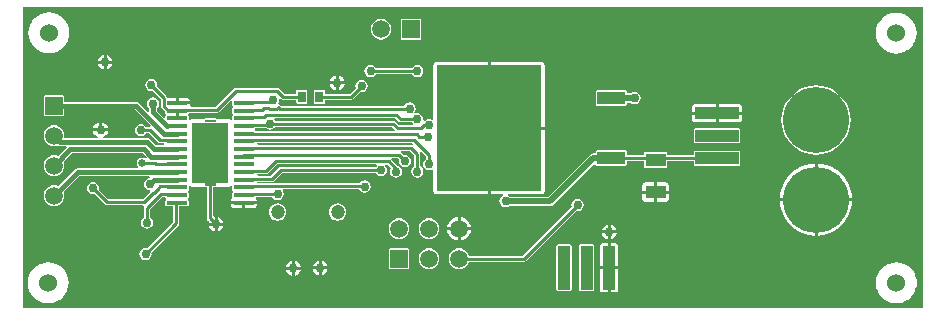
<source format=gbl>
G04 Layer_Physical_Order=2*
G04 Layer_Color=16711680*
%FSLAX25Y25*%
%MOIN*%
G70*
G01*
G75*
%ADD10R,0.06693X0.04331*%
%ADD12R,0.02756X0.03543*%
%ADD17C,0.01000*%
%ADD18C,0.02000*%
%ADD19C,0.06000*%
%ADD20C,0.22000*%
%ADD21C,0.05905*%
%ADD22R,0.05905X0.05905*%
%ADD23C,0.04724*%
%ADD24R,0.05905X0.05905*%
%ADD25R,0.14567X0.03937*%
%ADD26R,0.03937X0.14567*%
%ADD27C,0.03000*%
%ADD28C,0.02500*%
%ADD29R,0.09449X0.04134*%
%ADD30R,0.35039X0.41929*%
%ADD31R,0.06600X0.01400*%
%ADD32R,0.12205X0.20394*%
%ADD33C,0.01500*%
G36*
X592000Y121000D02*
X292000D01*
Y221500D01*
X592000D01*
Y121000D01*
D02*
G37*
%LPC*%
G36*
X568498Y156800D02*
X557000D01*
Y145302D01*
X558383Y145411D01*
X560220Y145852D01*
X561965Y146575D01*
X563575Y147562D01*
X565012Y148788D01*
X566238Y150225D01*
X567225Y151835D01*
X567948Y153580D01*
X568389Y155417D01*
X568498Y156800D01*
D02*
G37*
G36*
X556000D02*
X544502D01*
X544611Y155417D01*
X545052Y153580D01*
X545775Y151835D01*
X546762Y150225D01*
X547989Y148788D01*
X549425Y147562D01*
X551035Y146575D01*
X552780Y145852D01*
X554617Y145411D01*
X556000Y145302D01*
Y156800D01*
D02*
G37*
G36*
X358949Y148623D02*
X357000D01*
Y146674D01*
X357475Y146768D01*
X358302Y147321D01*
X358855Y148148D01*
X358949Y148623D01*
D02*
G37*
G36*
X356000D02*
X354050D01*
X354145Y148148D01*
X354698Y147321D01*
X355524Y146768D01*
X356000Y146674D01*
Y148623D01*
D02*
G37*
G36*
X427500Y151106D02*
X426599Y150987D01*
X425759Y150639D01*
X425037Y150086D01*
X424484Y149364D01*
X424136Y148524D01*
X424017Y147623D01*
X424136Y146722D01*
X424484Y145882D01*
X425037Y145161D01*
X425759Y144607D01*
X426599Y144259D01*
X427500Y144141D01*
X428401Y144259D01*
X429241Y144607D01*
X429962Y145161D01*
X430516Y145882D01*
X430864Y146722D01*
X430982Y147623D01*
X430864Y148524D01*
X430516Y149364D01*
X429962Y150086D01*
X429241Y150639D01*
X428401Y150987D01*
X427500Y151106D01*
D02*
G37*
G36*
X487100Y146000D02*
X485150D01*
X485245Y145525D01*
X485798Y144698D01*
X486624Y144145D01*
X487100Y144051D01*
Y146000D01*
D02*
G37*
G36*
X441421Y147123D02*
X438000D01*
Y143702D01*
X438532Y143772D01*
X439493Y144170D01*
X440319Y144804D01*
X440953Y145630D01*
X441351Y146591D01*
X441421Y147123D01*
D02*
G37*
G36*
X417500Y151106D02*
X416599Y150987D01*
X415759Y150639D01*
X415037Y150086D01*
X414484Y149364D01*
X414136Y148524D01*
X414017Y147623D01*
X414136Y146722D01*
X414484Y145882D01*
X415037Y145161D01*
X415759Y144607D01*
X416599Y144259D01*
X417500Y144141D01*
X418401Y144259D01*
X419241Y144607D01*
X419963Y145161D01*
X420516Y145882D01*
X420864Y146722D01*
X420983Y147623D01*
X420864Y148524D01*
X420516Y149364D01*
X419963Y150086D01*
X419241Y150639D01*
X418401Y150987D01*
X417500Y151106D01*
D02*
G37*
G36*
X490050Y146000D02*
X488100D01*
Y144051D01*
X488576Y144145D01*
X489402Y144698D01*
X489955Y145525D01*
X490050Y146000D01*
D02*
G37*
G36*
X487100Y148950D02*
X486624Y148855D01*
X485798Y148302D01*
X485245Y147476D01*
X485150Y147000D01*
X487100D01*
Y148950D01*
D02*
G37*
G36*
X477000Y157539D02*
X476220Y157384D01*
X475558Y156942D01*
X475116Y156280D01*
X474961Y155500D01*
X475060Y155002D01*
X458701Y138643D01*
X440815D01*
X440516Y139364D01*
X439962Y140086D01*
X439241Y140639D01*
X438401Y140987D01*
X437500Y141106D01*
X436599Y140987D01*
X435759Y140639D01*
X435038Y140086D01*
X434484Y139364D01*
X434136Y138524D01*
X434018Y137623D01*
X434136Y136722D01*
X434484Y135882D01*
X435038Y135161D01*
X435759Y134607D01*
X436599Y134259D01*
X437500Y134141D01*
X438401Y134259D01*
X439241Y134607D01*
X439962Y135161D01*
X440516Y135882D01*
X440815Y136603D01*
X459123D01*
X459513Y136681D01*
X459844Y136902D01*
X476502Y153560D01*
X477000Y153461D01*
X477780Y153616D01*
X478442Y154058D01*
X478884Y154720D01*
X479039Y155500D01*
X478884Y156280D01*
X478442Y156942D01*
X477780Y157384D01*
X477000Y157539D01*
D02*
G37*
G36*
X397000Y156010D02*
X396253Y155912D01*
X395557Y155623D01*
X394959Y155165D01*
X394500Y154567D01*
X394212Y153870D01*
X394113Y153123D01*
X394212Y152376D01*
X394500Y151680D01*
X394959Y151082D01*
X395557Y150623D01*
X396253Y150335D01*
X397000Y150236D01*
X397747Y150335D01*
X398443Y150623D01*
X399041Y151082D01*
X399500Y151680D01*
X399788Y152376D01*
X399887Y153123D01*
X399788Y153870D01*
X399500Y154567D01*
X399041Y155165D01*
X398443Y155623D01*
X397747Y155912D01*
X397000Y156010D01*
D02*
G37*
G36*
X370020Y155732D02*
X366200D01*
Y154512D01*
X369000D01*
X369390Y154590D01*
X369721Y154811D01*
X369942Y155141D01*
X370020Y155532D01*
Y155732D01*
D02*
G37*
G36*
X365200D02*
X361380D01*
Y155532D01*
X361458Y155141D01*
X361679Y154811D01*
X362010Y154590D01*
X362400Y154512D01*
X365200D01*
Y155732D01*
D02*
G37*
G36*
X377000Y156010D02*
X376253Y155912D01*
X375557Y155623D01*
X374959Y155165D01*
X374500Y154567D01*
X374212Y153870D01*
X374113Y153123D01*
X374212Y152376D01*
X374500Y151680D01*
X374959Y151082D01*
X375557Y150623D01*
X376253Y150335D01*
X377000Y150236D01*
X377747Y150335D01*
X378443Y150623D01*
X379041Y151082D01*
X379500Y151680D01*
X379788Y152376D01*
X379887Y153123D01*
X379788Y153870D01*
X379500Y154567D01*
X379041Y155165D01*
X378443Y155623D01*
X377747Y155912D01*
X377000Y156010D01*
D02*
G37*
G36*
X437000Y151544D02*
X436468Y151474D01*
X435507Y151076D01*
X434681Y150442D01*
X434047Y149617D01*
X433649Y148655D01*
X433579Y148123D01*
X437000D01*
Y151544D01*
D02*
G37*
G36*
X488100Y148950D02*
Y147000D01*
X490050D01*
X489955Y147476D01*
X489402Y148302D01*
X488576Y148855D01*
X488100Y148950D01*
D02*
G37*
G36*
X357000Y151573D02*
Y149623D01*
X358949D01*
X358855Y150099D01*
X358302Y150926D01*
X357475Y151478D01*
X357000Y151573D01*
D02*
G37*
G36*
X438000Y151544D02*
Y148123D01*
X441421D01*
X441351Y148655D01*
X440953Y149617D01*
X440319Y150442D01*
X439493Y151076D01*
X438532Y151474D01*
X438000Y151544D01*
D02*
G37*
G36*
X390700Y134000D02*
X388751D01*
X388845Y133525D01*
X389398Y132698D01*
X390225Y132145D01*
X390700Y132051D01*
Y134000D01*
D02*
G37*
G36*
X384750Y133900D02*
X382800D01*
Y131950D01*
X383276Y132045D01*
X384102Y132598D01*
X384655Y133424D01*
X384750Y133900D01*
D02*
G37*
G36*
X420453Y141117D02*
X414547D01*
X414165Y140959D01*
X414006Y140576D01*
Y134670D01*
X414165Y134288D01*
X414547Y134129D01*
X420453D01*
X420835Y134288D01*
X420994Y134670D01*
Y140576D01*
X420835Y140959D01*
X420453Y141117D01*
D02*
G37*
G36*
X393650Y134000D02*
X391700D01*
Y132051D01*
X392176Y132145D01*
X393002Y132698D01*
X393555Y133525D01*
X393650Y134000D01*
D02*
G37*
G36*
X381800Y133900D02*
X379851D01*
X379945Y133424D01*
X380498Y132598D01*
X381325Y132045D01*
X381800Y131950D01*
Y133900D01*
D02*
G37*
G36*
X490488Y134123D02*
X488000D01*
Y126320D01*
X489468D01*
X489859Y126398D01*
X490190Y126619D01*
X490411Y126950D01*
X490488Y127340D01*
Y134123D01*
D02*
G37*
G36*
X487000D02*
X484512D01*
Y127340D01*
X484589Y126950D01*
X484810Y126619D01*
X485141Y126398D01*
X485532Y126320D01*
X487000D01*
Y134123D01*
D02*
G37*
G36*
X481968Y142448D02*
X478031D01*
X477649Y142289D01*
X477490Y141907D01*
Y127340D01*
X477649Y126957D01*
X478031Y126798D01*
X481968D01*
X482351Y126957D01*
X482510Y127340D01*
Y141907D01*
X482351Y142289D01*
X481968Y142448D01*
D02*
G37*
G36*
X474469D02*
X470532D01*
X470149Y142289D01*
X469990Y141907D01*
Y127340D01*
X470149Y126957D01*
X470532Y126798D01*
X474469D01*
X474851Y126957D01*
X475010Y127340D01*
Y141907D01*
X474851Y142289D01*
X474469Y142448D01*
D02*
G37*
G36*
X427500Y141106D02*
X426599Y140987D01*
X425759Y140639D01*
X425037Y140086D01*
X424484Y139364D01*
X424136Y138524D01*
X424017Y137623D01*
X424136Y136722D01*
X424484Y135882D01*
X425037Y135161D01*
X425759Y134607D01*
X426599Y134259D01*
X427500Y134141D01*
X428401Y134259D01*
X429241Y134607D01*
X429962Y135161D01*
X430516Y135882D01*
X430864Y136722D01*
X430982Y137623D01*
X430864Y138524D01*
X430516Y139364D01*
X429962Y140086D01*
X429241Y140639D01*
X428401Y140987D01*
X427500Y141106D01*
D02*
G37*
G36*
X300600Y136421D02*
X300574Y136411D01*
X300547Y136419D01*
X299322Y136298D01*
X299273Y136272D01*
X299218Y136277D01*
X298040Y135920D01*
X297997Y135885D01*
X297941Y135880D01*
X296856Y135299D01*
X296821Y135256D01*
X296768Y135240D01*
X295816Y134459D01*
X295790Y134410D01*
X295741Y134384D01*
X294960Y133432D01*
X294944Y133379D01*
X294901Y133344D01*
X294321Y132258D01*
X294315Y132203D01*
X294280Y132160D01*
X293922Y130982D01*
X293928Y130927D01*
X293902Y130878D01*
X293781Y129653D01*
X293797Y129600D01*
X293781Y129547D01*
X293902Y128322D01*
X293928Y128273D01*
X293922Y128218D01*
X294280Y127040D01*
X294315Y126997D01*
X294321Y126942D01*
X294901Y125856D01*
X294944Y125821D01*
X294960Y125768D01*
X295741Y124816D01*
X295790Y124790D01*
X295816Y124741D01*
X296768Y123960D01*
X296821Y123944D01*
X296856Y123901D01*
X297941Y123320D01*
X297997Y123315D01*
X298040Y123280D01*
X299218Y122923D01*
X299273Y122928D01*
X299322Y122902D01*
X300547Y122781D01*
X300574Y122789D01*
X300600Y122779D01*
X300626Y122789D01*
X300653Y122781D01*
X301878Y122902D01*
X301927Y122928D01*
X301982Y122923D01*
X303160Y123280D01*
X303203Y123315D01*
X303258Y123320D01*
X304344Y123901D01*
X304379Y123944D01*
X304432Y123960D01*
X305384Y124741D01*
X305410Y124790D01*
X305459Y124816D01*
X306240Y125768D01*
X306256Y125821D01*
X306299Y125856D01*
X306879Y126942D01*
X306885Y126997D01*
X306920Y127040D01*
X307277Y128218D01*
X307272Y128273D01*
X307298Y128322D01*
X307419Y129547D01*
X307403Y129600D01*
X307419Y129653D01*
X307298Y130878D01*
X307272Y130927D01*
X307277Y130982D01*
X306920Y132160D01*
X306885Y132203D01*
X306879Y132258D01*
X306299Y133344D01*
X306256Y133379D01*
X306240Y133432D01*
X305459Y134384D01*
X305410Y134410D01*
X305384Y134459D01*
X304432Y135240D01*
X304379Y135256D01*
X304344Y135299D01*
X303258Y135880D01*
X303203Y135885D01*
X303160Y135920D01*
X301982Y136277D01*
X301927Y136272D01*
X301878Y136298D01*
X300653Y136419D01*
X300626Y136411D01*
X300600Y136421D01*
D02*
G37*
G36*
X489468Y142926D02*
X488000D01*
Y135123D01*
X490488D01*
Y141907D01*
X490411Y142297D01*
X490190Y142628D01*
X489859Y142849D01*
X489468Y142926D01*
D02*
G37*
G36*
X437000Y147123D02*
X433579D01*
X433649Y146591D01*
X434047Y145630D01*
X434681Y144804D01*
X435507Y144170D01*
X436468Y143772D01*
X437000Y143702D01*
Y147123D01*
D02*
G37*
G36*
X583300Y136421D02*
X583274Y136411D01*
X583247Y136419D01*
X582022Y136298D01*
X581973Y136272D01*
X581918Y136277D01*
X580740Y135920D01*
X580697Y135885D01*
X580642Y135880D01*
X579556Y135299D01*
X579521Y135256D01*
X579468Y135240D01*
X578516Y134459D01*
X578490Y134410D01*
X578441Y134384D01*
X577660Y133432D01*
X577644Y133379D01*
X577601Y133344D01*
X577021Y132258D01*
X577015Y132203D01*
X576980Y132160D01*
X576622Y130982D01*
X576628Y130927D01*
X576602Y130878D01*
X576481Y129653D01*
X576497Y129600D01*
X576481Y129547D01*
X576602Y128322D01*
X576628Y128273D01*
X576622Y128218D01*
X576980Y127040D01*
X577015Y126997D01*
X577021Y126942D01*
X577601Y125856D01*
X577644Y125821D01*
X577660Y125768D01*
X578441Y124816D01*
X578490Y124790D01*
X578516Y124741D01*
X579468Y123960D01*
X579521Y123944D01*
X579556Y123901D01*
X580642Y123320D01*
X580697Y123315D01*
X580740Y123280D01*
X581918Y122923D01*
X581973Y122928D01*
X582022Y122902D01*
X583247Y122781D01*
X583274Y122789D01*
X583300Y122779D01*
X583326Y122789D01*
X583353Y122781D01*
X584578Y122902D01*
X584627Y122928D01*
X584682Y122923D01*
X585860Y123280D01*
X585903Y123315D01*
X585958Y123320D01*
X587044Y123901D01*
X587079Y123944D01*
X587132Y123960D01*
X588084Y124741D01*
X588110Y124790D01*
X588159Y124816D01*
X588940Y125768D01*
X588956Y125821D01*
X588999Y125856D01*
X589579Y126942D01*
X589585Y126997D01*
X589620Y127040D01*
X589978Y128218D01*
X589972Y128273D01*
X589998Y128322D01*
X590119Y129547D01*
X590103Y129600D01*
X590119Y129653D01*
X589998Y130878D01*
X589972Y130927D01*
X589978Y130982D01*
X589620Y132160D01*
X589585Y132203D01*
X589579Y132258D01*
X588999Y133344D01*
X588956Y133379D01*
X588940Y133432D01*
X588159Y134384D01*
X588110Y134410D01*
X588084Y134459D01*
X587132Y135240D01*
X587079Y135256D01*
X587044Y135299D01*
X585958Y135880D01*
X585903Y135885D01*
X585860Y135920D01*
X584682Y136277D01*
X584627Y136272D01*
X584578Y136298D01*
X583353Y136419D01*
X583326Y136411D01*
X583300Y136421D01*
D02*
G37*
G36*
X487000Y142926D02*
X485532D01*
X485141Y142849D01*
X484810Y142628D01*
X484589Y142297D01*
X484512Y141907D01*
Y135123D01*
X487000D01*
Y142926D01*
D02*
G37*
G36*
X382800Y136849D02*
Y134900D01*
X384750D01*
X384655Y135375D01*
X384102Y136202D01*
X383276Y136755D01*
X382800Y136849D01*
D02*
G37*
G36*
X381800D02*
X381325Y136755D01*
X380498Y136202D01*
X379945Y135375D01*
X379851Y134900D01*
X381800D01*
Y136849D01*
D02*
G37*
G36*
X391700Y136950D02*
Y135000D01*
X393650D01*
X393555Y135476D01*
X393002Y136302D01*
X392176Y136855D01*
X391700Y136950D01*
D02*
G37*
G36*
X390700D02*
X390225Y136855D01*
X389398Y136302D01*
X388845Y135476D01*
X388751Y135000D01*
X390700D01*
Y136950D01*
D02*
G37*
G36*
X502500Y159308D02*
X498634D01*
Y157643D01*
X498712Y157253D01*
X498933Y156922D01*
X499263Y156701D01*
X499653Y156623D01*
X502500D01*
Y159308D01*
D02*
G37*
G36*
X530784Y189111D02*
X524000D01*
Y186623D01*
X531803D01*
Y188092D01*
X531725Y188482D01*
X531504Y188813D01*
X531174Y189034D01*
X530784Y189111D01*
D02*
G37*
G36*
X523000D02*
X516217D01*
X515826Y189034D01*
X515496Y188813D01*
X515275Y188482D01*
X515197Y188092D01*
Y186623D01*
X523000D01*
Y189111D01*
D02*
G37*
G36*
X447024Y203107D02*
X430004D01*
X429614Y203030D01*
X429283Y202809D01*
X429062Y202478D01*
X428984Y202088D01*
Y184138D01*
X428484Y183871D01*
X428280Y184007D01*
X427500Y184162D01*
X426720Y184007D01*
X426058Y183565D01*
X425994Y183470D01*
X425916Y183481D01*
X425522Y184039D01*
X425539Y184123D01*
X425384Y184904D01*
X424942Y185565D01*
X424280Y186007D01*
X423500Y186162D01*
X422959Y186055D01*
X422658Y186505D01*
X422884Y186843D01*
X423039Y187623D01*
X422884Y188403D01*
X422442Y189065D01*
X421780Y189507D01*
X421000Y189662D01*
X420220Y189507D01*
X419558Y189065D01*
X419276Y188643D01*
X378165D01*
X377964Y188844D01*
X377633Y189065D01*
X377485Y189094D01*
X377233Y189604D01*
X377232Y189616D01*
X377384Y189843D01*
X377539Y190623D01*
X377526Y190691D01*
X377987Y190937D01*
X378022Y190902D01*
X378352Y190681D01*
X378743Y190603D01*
X383128D01*
Y189851D01*
X383287Y189469D01*
X383669Y189310D01*
X386425D01*
X386808Y189469D01*
X386966Y189851D01*
Y193395D01*
X386808Y193778D01*
X386425Y193936D01*
X383669D01*
X383287Y193778D01*
X383128Y193395D01*
Y192643D01*
X379165D01*
X377464Y194344D01*
X377133Y194565D01*
X376743Y194643D01*
X363170D01*
X362779Y194565D01*
X362449Y194344D01*
X356397Y188293D01*
X348219D01*
X347818Y188793D01*
X347820Y188800D01*
Y189000D01*
X343500D01*
Y189500D01*
X343000D01*
Y191220D01*
X340216D01*
X340142Y191590D01*
X339921Y191921D01*
X336840Y195002D01*
X336939Y195500D01*
X336784Y196280D01*
X336342Y196942D01*
X335680Y197384D01*
X334900Y197539D01*
X334120Y197384D01*
X333458Y196942D01*
X333016Y196280D01*
X332861Y195500D01*
X333016Y194720D01*
X333458Y194058D01*
X334120Y193616D01*
X334900Y193461D01*
X335398Y193560D01*
X338180Y190778D01*
Y188386D01*
X338258Y187996D01*
X338479Y187665D01*
X339659Y186485D01*
Y186241D01*
X339817Y185858D01*
Y185465D01*
X339817Y185465D01*
X339659Y185082D01*
Y184697D01*
X339197Y184505D01*
X336774Y186928D01*
Y187746D01*
X336942Y187858D01*
X337384Y188520D01*
X337539Y189300D01*
X337384Y190080D01*
X336942Y190742D01*
X336280Y191184D01*
X335500Y191339D01*
X334720Y191184D01*
X334058Y190742D01*
X333616Y190080D01*
X333461Y189300D01*
X333616Y188520D01*
X334058Y187858D01*
X334226Y187746D01*
Y186784D01*
X333726Y186577D01*
X330778Y189524D01*
X330365Y189801D01*
X329877Y189898D01*
X305994D01*
Y191576D01*
X305835Y191959D01*
X305453Y192117D01*
X299547D01*
X299165Y191959D01*
X299006Y191576D01*
Y185670D01*
X299165Y185288D01*
X299547Y185129D01*
X305453D01*
X305835Y185288D01*
X305994Y185670D01*
Y187349D01*
X329349D01*
X334710Y181988D01*
X334530Y181586D01*
X334471Y181520D01*
X333224D01*
X332942Y181942D01*
X332280Y182384D01*
X331500Y182539D01*
X330720Y182384D01*
X330058Y181942D01*
X329616Y181280D01*
X329461Y180500D01*
X329616Y179720D01*
X330058Y179058D01*
X330720Y178616D01*
X331500Y178461D01*
X332280Y178616D01*
X332942Y179058D01*
X333224Y179480D01*
X334078D01*
X337242Y176316D01*
X337573Y176095D01*
X337963Y176017D01*
X339188D01*
X339253Y175898D01*
X338958Y175398D01*
X336476D01*
X334472Y177401D01*
X334059Y177678D01*
X333571Y177775D01*
X319056D01*
X318975Y178268D01*
X319802Y178821D01*
X320355Y179648D01*
X320449Y180123D01*
X315550D01*
X315645Y179648D01*
X316198Y178821D01*
X317024Y178268D01*
X316944Y177775D01*
X306250D01*
X305920Y178150D01*
X305982Y178623D01*
X305864Y179525D01*
X305516Y180364D01*
X304962Y181086D01*
X304241Y181639D01*
X303401Y181987D01*
X302500Y182106D01*
X301599Y181987D01*
X300759Y181639D01*
X300038Y181086D01*
X299484Y180364D01*
X299136Y179525D01*
X299018Y178623D01*
X299136Y177722D01*
X299484Y176882D01*
X300038Y176161D01*
X300759Y175607D01*
X301599Y175259D01*
X302500Y175141D01*
X303401Y175259D01*
X303913Y175471D01*
X304135Y175322D01*
X304623Y175225D01*
X306593D01*
X306800Y174725D01*
X303868Y171794D01*
X303401Y171987D01*
X302500Y172106D01*
X301599Y171987D01*
X300759Y171639D01*
X300038Y171086D01*
X299484Y170364D01*
X299136Y169525D01*
X299018Y168623D01*
X299136Y167722D01*
X299484Y166882D01*
X300038Y166161D01*
X300759Y165607D01*
X301599Y165259D01*
X302500Y165141D01*
X303401Y165259D01*
X304241Y165607D01*
X304962Y166161D01*
X305516Y166882D01*
X305864Y167722D01*
X305982Y168623D01*
X305864Y169525D01*
X305670Y169991D01*
X308405Y172725D01*
X331972D01*
X333332Y171366D01*
X333149Y170841D01*
X333059Y170831D01*
X332583Y171149D01*
X331900Y171284D01*
X331217Y171149D01*
X330638Y170762D01*
X330252Y170183D01*
X330116Y169500D01*
X330252Y168817D01*
X330638Y168238D01*
X330480Y167743D01*
X310345D01*
X309857Y167646D01*
X309444Y167369D01*
X303868Y161794D01*
X303401Y161987D01*
X302500Y162106D01*
X301599Y161987D01*
X300759Y161639D01*
X300038Y161086D01*
X299484Y160364D01*
X299136Y159525D01*
X299018Y158623D01*
X299136Y157722D01*
X299484Y156882D01*
X300038Y156161D01*
X300759Y155607D01*
X301599Y155259D01*
X302500Y155141D01*
X303401Y155259D01*
X304241Y155607D01*
X304962Y156161D01*
X305516Y156882D01*
X305864Y157722D01*
X305982Y158623D01*
X305864Y159525D01*
X305670Y159991D01*
X310873Y165194D01*
X334329D01*
X334600Y164694D01*
X334572Y164650D01*
X334427Y164525D01*
X333720Y164384D01*
X333058Y163942D01*
X332616Y163280D01*
X332461Y162500D01*
X332616Y161720D01*
X333058Y161058D01*
X333720Y160616D01*
X334383Y160484D01*
X334551Y160151D01*
X334580Y159974D01*
X332126Y157520D01*
X320546D01*
X317440Y160625D01*
X317539Y161123D01*
X317384Y161904D01*
X316942Y162565D01*
X316280Y163007D01*
X315500Y163162D01*
X314720Y163007D01*
X314058Y162565D01*
X313616Y161904D01*
X313461Y161123D01*
X313616Y160343D01*
X314058Y159681D01*
X314720Y159239D01*
X315500Y159084D01*
X315998Y159183D01*
X319402Y155779D01*
X319733Y155558D01*
X320123Y155480D01*
X332269D01*
X332551Y155025D01*
X332552Y154982D01*
X332480Y154623D01*
Y151347D01*
X332058Y151065D01*
X331616Y150403D01*
X331461Y149623D01*
X331616Y148843D01*
X332058Y148181D01*
X332720Y147739D01*
X333500Y147584D01*
X334280Y147739D01*
X334942Y148181D01*
X335384Y148843D01*
X335539Y149623D01*
X335384Y150403D01*
X334942Y151065D01*
X334520Y151347D01*
Y154201D01*
X336856Y156537D01*
X336961Y156558D01*
X337292Y156779D01*
X338616Y158104D01*
X339565D01*
X339817Y157669D01*
Y157314D01*
X339817Y157314D01*
X339659Y156932D01*
Y155532D01*
X339817Y155149D01*
X340200Y154990D01*
X342280D01*
Y149846D01*
X333498Y141063D01*
X333000Y141162D01*
X332220Y141007D01*
X331558Y140565D01*
X331116Y139903D01*
X330961Y139123D01*
X331116Y138343D01*
X331558Y137681D01*
X332220Y137239D01*
X333000Y137084D01*
X333780Y137239D01*
X334442Y137681D01*
X334884Y138343D01*
X335039Y139123D01*
X334940Y139621D01*
X344021Y148702D01*
X344242Y149033D01*
X344320Y149423D01*
Y154990D01*
X346800D01*
X347183Y155149D01*
X347341Y155532D01*
Y156932D01*
X347183Y157314D01*
Y157708D01*
X347183Y157708D01*
X347341Y158091D01*
Y159491D01*
X347183Y159873D01*
Y160267D01*
X347183Y160267D01*
X347341Y160650D01*
Y161700D01*
X347572Y161831D01*
X347841Y161905D01*
X348108Y161727D01*
X348498Y161649D01*
X352285D01*
X352347Y161499D01*
X352730Y161340D01*
X353580D01*
Y151023D01*
X353658Y150633D01*
X353879Y150302D01*
X354135Y150047D01*
X354050Y149623D01*
X356000D01*
Y151579D01*
X355620Y151891D01*
Y161340D01*
X356470D01*
X356853Y161499D01*
X356915Y161649D01*
X360702D01*
X361092Y161727D01*
X361359Y161905D01*
X361628Y161831D01*
X361859Y161700D01*
Y160650D01*
X362017Y160267D01*
Y159873D01*
X362017Y159873D01*
X361859Y159491D01*
Y158091D01*
X361962Y157842D01*
X361679Y157653D01*
X361458Y157322D01*
X361380Y156932D01*
Y156732D01*
X370020D01*
Y156932D01*
X369942Y157322D01*
X369754Y157604D01*
X369810Y157831D01*
X369946Y158104D01*
X375276D01*
X375558Y157681D01*
X376220Y157239D01*
X377000Y157084D01*
X377780Y157239D01*
X378442Y157681D01*
X378884Y158343D01*
X379039Y159123D01*
X378884Y159904D01*
X378711Y160163D01*
X378978Y160663D01*
X404236D01*
X404558Y160181D01*
X405220Y159739D01*
X406000Y159584D01*
X406780Y159739D01*
X407442Y160181D01*
X407884Y160843D01*
X408039Y161623D01*
X407884Y162404D01*
X407442Y163065D01*
X406780Y163507D01*
X406000Y163662D01*
X405220Y163507D01*
X404558Y163065D01*
X404315Y162702D01*
X370415D01*
X370116Y163202D01*
X370126Y163222D01*
X375118D01*
X375508Y163299D01*
X375839Y163520D01*
X378422Y166103D01*
X409776D01*
X410058Y165681D01*
X410720Y165239D01*
X411500Y165084D01*
X412280Y165239D01*
X412942Y165681D01*
X413384Y166343D01*
X413539Y167123D01*
X413384Y167903D01*
X412942Y168565D01*
X412884Y168604D01*
X413036Y169104D01*
X413578D01*
X414881Y167800D01*
X414616Y167403D01*
X414461Y166623D01*
X414616Y165843D01*
X415058Y165181D01*
X415720Y164739D01*
X416500Y164584D01*
X417280Y164739D01*
X417942Y165181D01*
X418384Y165843D01*
X418539Y166623D01*
X418384Y167403D01*
X417942Y168065D01*
X417280Y168507D01*
X417003Y168562D01*
X414961Y170604D01*
X415169Y171104D01*
X417078D01*
X417560Y170621D01*
X417461Y170123D01*
X417616Y169343D01*
X418058Y168681D01*
X418720Y168239D01*
X419500Y168084D01*
X420280Y168239D01*
X420942Y168681D01*
X421384Y169343D01*
X421539Y170123D01*
X421384Y170904D01*
X420942Y171565D01*
X420280Y172007D01*
X419500Y172162D01*
X419002Y172063D01*
X418221Y172844D01*
X418050Y172958D01*
X418202Y173458D01*
X421223D01*
X422555Y172126D01*
Y168347D01*
X422133Y168065D01*
X421691Y167403D01*
X421536Y166623D01*
X421691Y165843D01*
X422133Y165181D01*
X422794Y164739D01*
X423575Y164584D01*
X424355Y164739D01*
X425017Y165181D01*
X425459Y165843D01*
X425614Y166623D01*
X425459Y167403D01*
X425017Y168065D01*
X424594Y168347D01*
Y172548D01*
X424517Y172939D01*
X424479Y172995D01*
X424867Y173314D01*
X426480Y171701D01*
Y170847D01*
X426058Y170565D01*
X425616Y169904D01*
X425461Y169123D01*
X425616Y168343D01*
X426058Y167681D01*
X426720Y167239D01*
X427500Y167084D01*
X428280Y167239D01*
X428484Y167376D01*
X428984Y167108D01*
Y160159D01*
X429062Y159768D01*
X429283Y159438D01*
X429614Y159217D01*
X430004Y159139D01*
X447024D01*
Y181123D01*
Y203107D01*
D02*
G37*
G36*
X492996Y193731D02*
X483547D01*
X483165Y193573D01*
X483006Y193190D01*
Y189056D01*
X483165Y188673D01*
X483547Y188515D01*
X492996D01*
X493379Y188673D01*
X493537Y189056D01*
Y189594D01*
X494904D01*
X495320Y189316D01*
X496100Y189161D01*
X496880Y189316D01*
X497542Y189758D01*
X497984Y190420D01*
X498139Y191200D01*
X497984Y191980D01*
X497542Y192642D01*
X496880Y193084D01*
X496100Y193239D01*
X495320Y193084D01*
X494674Y192652D01*
X493537D01*
Y193190D01*
X493379Y193573D01*
X492996Y193731D01*
D02*
G37*
G36*
X523000Y185623D02*
X515197D01*
Y184155D01*
X515275Y183765D01*
X515496Y183434D01*
X515826Y183213D01*
X516217Y183135D01*
X523000D01*
Y185623D01*
D02*
G37*
G36*
X319000Y205573D02*
X318525Y205478D01*
X317698Y204925D01*
X317145Y204099D01*
X317051Y203623D01*
X319000D01*
Y205573D01*
D02*
G37*
G36*
X423575Y202237D02*
X422794Y202082D01*
X422133Y201640D01*
X421826Y201180D01*
X409699D01*
X409442Y201565D01*
X408780Y202007D01*
X408000Y202162D01*
X407220Y202007D01*
X406558Y201565D01*
X406116Y200904D01*
X405961Y200123D01*
X406116Y199343D01*
X406558Y198681D01*
X407220Y198239D01*
X408000Y198084D01*
X408780Y198239D01*
X409442Y198681D01*
X409749Y199141D01*
X421876D01*
X422133Y198756D01*
X422794Y198314D01*
X423575Y198159D01*
X424355Y198314D01*
X425017Y198756D01*
X425459Y199418D01*
X425614Y200198D01*
X425459Y200978D01*
X425017Y201640D01*
X424355Y202082D01*
X423575Y202237D01*
D02*
G37*
G36*
X531803Y185623D02*
X524000D01*
Y183135D01*
X530784D01*
X531174Y183213D01*
X531504Y183434D01*
X531725Y183765D01*
X531803Y184155D01*
Y185623D01*
D02*
G37*
G36*
X397400Y198650D02*
Y196700D01*
X399349D01*
X399255Y197176D01*
X398702Y198002D01*
X397875Y198555D01*
X397400Y198650D01*
D02*
G37*
G36*
X396400D02*
X395924Y198555D01*
X395098Y198002D01*
X394545Y197176D01*
X394450Y196700D01*
X396400D01*
Y198650D01*
D02*
G37*
G36*
X321950Y202623D02*
X320000D01*
Y200674D01*
X320476Y200768D01*
X321302Y201321D01*
X321855Y202148D01*
X321950Y202623D01*
D02*
G37*
G36*
X319000D02*
X317051D01*
X317145Y202148D01*
X317698Y201321D01*
X318525Y200768D01*
X319000Y200674D01*
Y202623D01*
D02*
G37*
G36*
X405000Y197162D02*
X404220Y197007D01*
X403558Y196565D01*
X403116Y195904D01*
X402961Y195123D01*
X403060Y194625D01*
X401078Y192643D01*
X392872D01*
Y193395D01*
X392713Y193778D01*
X392331Y193936D01*
X389575D01*
X389192Y193778D01*
X389034Y193395D01*
Y189851D01*
X389192Y189469D01*
X389575Y189310D01*
X392331D01*
X392713Y189469D01*
X392872Y189851D01*
Y190603D01*
X401500D01*
X401890Y190681D01*
X402221Y190902D01*
X404502Y193183D01*
X405000Y193084D01*
X405780Y193239D01*
X406442Y193681D01*
X406884Y194343D01*
X407039Y195123D01*
X406884Y195904D01*
X406442Y196565D01*
X405780Y197007D01*
X405000Y197162D01*
D02*
G37*
G36*
X346800Y191220D02*
X344000D01*
Y190000D01*
X347820D01*
Y190200D01*
X347742Y190590D01*
X347521Y190921D01*
X347190Y191142D01*
X346800Y191220D01*
D02*
G37*
G36*
X399349Y195700D02*
X397400D01*
Y193751D01*
X397875Y193845D01*
X398702Y194398D01*
X399255Y195224D01*
X399349Y195700D01*
D02*
G37*
G36*
X396400D02*
X394450D01*
X394545Y195224D01*
X395098Y194398D01*
X395924Y193845D01*
X396400Y193751D01*
Y195700D01*
D02*
G37*
G36*
X300800Y219721D02*
X300774Y219711D01*
X300747Y219719D01*
X299522Y219598D01*
X299473Y219572D01*
X299418Y219578D01*
X298240Y219220D01*
X298197Y219185D01*
X298142Y219180D01*
X297056Y218599D01*
X297021Y218556D01*
X296968Y218540D01*
X296016Y217759D01*
X295990Y217710D01*
X295941Y217684D01*
X295160Y216732D01*
X295144Y216679D01*
X295101Y216644D01*
X294520Y215559D01*
X294515Y215503D01*
X294480Y215460D01*
X294123Y214282D01*
X294128Y214227D01*
X294102Y214178D01*
X293981Y212953D01*
X293997Y212900D01*
X293981Y212847D01*
X294102Y211622D01*
X294128Y211573D01*
X294123Y211518D01*
X294480Y210340D01*
X294515Y210297D01*
X294520Y210242D01*
X295101Y209156D01*
X295144Y209121D01*
X295160Y209068D01*
X295941Y208116D01*
X295990Y208090D01*
X296016Y208041D01*
X296968Y207260D01*
X297021Y207244D01*
X297056Y207201D01*
X298142Y206621D01*
X298197Y206615D01*
X298240Y206580D01*
X299418Y206223D01*
X299473Y206228D01*
X299522Y206202D01*
X300747Y206081D01*
X300774Y206089D01*
X300800Y206079D01*
X300826Y206089D01*
X300853Y206081D01*
X302078Y206202D01*
X302127Y206228D01*
X302182Y206223D01*
X303360Y206580D01*
X303403Y206615D01*
X303458Y206621D01*
X304544Y207201D01*
X304579Y207244D01*
X304632Y207260D01*
X305584Y208041D01*
X305610Y208090D01*
X305659Y208116D01*
X306440Y209068D01*
X306456Y209121D01*
X306499Y209156D01*
X307080Y210242D01*
X307085Y210297D01*
X307120Y210340D01*
X307477Y211518D01*
X307472Y211573D01*
X307498Y211622D01*
X307619Y212847D01*
X307603Y212900D01*
X307619Y212953D01*
X307498Y214178D01*
X307472Y214227D01*
X307477Y214282D01*
X307120Y215460D01*
X307085Y215503D01*
X307080Y215559D01*
X306499Y216644D01*
X306456Y216679D01*
X306440Y216732D01*
X305659Y217684D01*
X305610Y217710D01*
X305584Y217759D01*
X304632Y218540D01*
X304579Y218556D01*
X304544Y218599D01*
X303458Y219180D01*
X303403Y219185D01*
X303360Y219220D01*
X302182Y219578D01*
X302127Y219572D01*
X302078Y219598D01*
X300853Y219719D01*
X300826Y219711D01*
X300800Y219721D01*
D02*
G37*
G36*
X506347Y162993D02*
X503500D01*
Y160308D01*
X507366D01*
Y161974D01*
X507288Y162364D01*
X507067Y162695D01*
X506737Y162916D01*
X506347Y162993D01*
D02*
G37*
G36*
X466063Y180623D02*
X448024D01*
Y159139D01*
X452069D01*
X452145Y158909D01*
X452152Y158639D01*
X451558Y158242D01*
X451116Y157580D01*
X450961Y156800D01*
X451116Y156020D01*
X451558Y155358D01*
X452220Y154916D01*
X453000Y154761D01*
X453780Y154916D01*
X454161Y155171D01*
X467900D01*
X468485Y155287D01*
X468981Y155619D01*
X482506Y169143D01*
X482724Y169105D01*
X483041Y168971D01*
X483165Y168674D01*
X483547Y168515D01*
X492996D01*
X493379Y168674D01*
X493537Y169056D01*
Y170104D01*
X499112D01*
Y168273D01*
X499271Y167890D01*
X499653Y167731D01*
X506347D01*
X506729Y167890D01*
X506888Y168273D01*
Y170104D01*
X515675D01*
Y169155D01*
X515834Y168772D01*
X516217Y168613D01*
X530784D01*
X531166Y168772D01*
X531325Y169155D01*
Y173092D01*
X531166Y173474D01*
X530784Y173633D01*
X516217D01*
X515834Y173474D01*
X515675Y173092D01*
Y172143D01*
X506888D01*
Y172603D01*
X506729Y172986D01*
X506347Y173145D01*
X499653D01*
X499271Y172986D01*
X499112Y172603D01*
Y172143D01*
X493537D01*
Y173190D01*
X493379Y173573D01*
X492996Y173731D01*
X483547D01*
X483165Y173573D01*
X483006Y173190D01*
Y172652D01*
X482323D01*
X481738Y172536D01*
X481242Y172205D01*
X467267Y158229D01*
X454450D01*
X454442Y158242D01*
X453848Y158639D01*
X453855Y158909D01*
X453931Y159139D01*
X465043D01*
X465434Y159217D01*
X465764Y159438D01*
X465985Y159768D01*
X466063Y160159D01*
Y180623D01*
D02*
G37*
G36*
X583200Y219621D02*
X583174Y219611D01*
X583147Y219619D01*
X581922Y219498D01*
X581873Y219472D01*
X581818Y219478D01*
X580640Y219120D01*
X580597Y219085D01*
X580542Y219079D01*
X579456Y218499D01*
X579421Y218456D01*
X579368Y218440D01*
X578416Y217659D01*
X578390Y217610D01*
X578341Y217584D01*
X577560Y216632D01*
X577544Y216579D01*
X577501Y216544D01*
X576921Y215458D01*
X576915Y215403D01*
X576880Y215360D01*
X576522Y214182D01*
X576528Y214127D01*
X576502Y214078D01*
X576381Y212853D01*
X576397Y212800D01*
X576381Y212747D01*
X576502Y211522D01*
X576528Y211473D01*
X576522Y211418D01*
X576880Y210240D01*
X576915Y210197D01*
X576921Y210141D01*
X577501Y209056D01*
X577544Y209021D01*
X577560Y208968D01*
X578341Y208016D01*
X578390Y207990D01*
X578416Y207941D01*
X579368Y207160D01*
X579421Y207144D01*
X579456Y207101D01*
X580542Y206521D01*
X580597Y206515D01*
X580640Y206480D01*
X581818Y206122D01*
X581873Y206128D01*
X581922Y206102D01*
X583147Y205981D01*
X583174Y205989D01*
X583200Y205979D01*
X583226Y205989D01*
X583253Y205981D01*
X584478Y206102D01*
X584527Y206128D01*
X584582Y206122D01*
X585760Y206480D01*
X585803Y206515D01*
X585858Y206521D01*
X586944Y207101D01*
X586979Y207144D01*
X587032Y207160D01*
X587984Y207941D01*
X588010Y207990D01*
X588059Y208016D01*
X588840Y208968D01*
X588856Y209021D01*
X588899Y209056D01*
X589479Y210141D01*
X589485Y210197D01*
X589520Y210240D01*
X589878Y211418D01*
X589872Y211473D01*
X589898Y211522D01*
X590019Y212747D01*
X590003Y212800D01*
X590019Y212853D01*
X589898Y214078D01*
X589872Y214127D01*
X589878Y214182D01*
X589520Y215360D01*
X589485Y215403D01*
X589479Y215458D01*
X588899Y216544D01*
X588856Y216579D01*
X588840Y216632D01*
X588059Y217584D01*
X588010Y217610D01*
X587984Y217659D01*
X587032Y218440D01*
X586979Y218456D01*
X586944Y218499D01*
X585858Y219079D01*
X585803Y219085D01*
X585760Y219120D01*
X584582Y219478D01*
X584527Y219472D01*
X584478Y219498D01*
X583253Y219619D01*
X583226Y219611D01*
X583200Y219621D01*
D02*
G37*
G36*
X556000Y169298D02*
X554617Y169189D01*
X552780Y168748D01*
X551035Y168025D01*
X549425Y167038D01*
X547989Y165812D01*
X546762Y164375D01*
X545775Y162765D01*
X545052Y161020D01*
X544611Y159183D01*
X544502Y157800D01*
X556000D01*
Y169298D01*
D02*
G37*
G36*
X507366Y159308D02*
X503500D01*
Y156623D01*
X506347D01*
X506737Y156701D01*
X507067Y156922D01*
X507288Y157253D01*
X507366Y157643D01*
Y159308D01*
D02*
G37*
G36*
X502500Y162993D02*
X499653D01*
X499263Y162916D01*
X498933Y162695D01*
X498712Y162364D01*
X498634Y161974D01*
Y160308D01*
X502500D01*
Y162993D01*
D02*
G37*
G36*
X557000Y169298D02*
Y157800D01*
X568498D01*
X568389Y159183D01*
X567948Y161020D01*
X567225Y162765D01*
X566238Y164375D01*
X565012Y165812D01*
X563575Y167038D01*
X561965Y168025D01*
X560220Y168748D01*
X558383Y169189D01*
X557000Y169298D01*
D02*
G37*
G36*
X318500Y183073D02*
Y181123D01*
X320449D01*
X320355Y181599D01*
X319802Y182425D01*
X318975Y182978D01*
X318500Y183073D01*
D02*
G37*
G36*
X317500D02*
X317024Y182978D01*
X316198Y182425D01*
X315645Y181599D01*
X315550Y181123D01*
X317500D01*
Y183073D01*
D02*
G37*
G36*
X320000Y205573D02*
Y203623D01*
X321950D01*
X321855Y204099D01*
X321302Y204925D01*
X320476Y205478D01*
X320000Y205573D01*
D02*
G37*
G36*
X465043Y203107D02*
X448024D01*
Y181623D01*
X466063D01*
Y202088D01*
X465985Y202478D01*
X465764Y202809D01*
X465434Y203030D01*
X465043Y203107D01*
D02*
G37*
G36*
X411500Y217606D02*
X410599Y217487D01*
X409759Y217139D01*
X409037Y216586D01*
X408484Y215864D01*
X408136Y215024D01*
X408017Y214123D01*
X408136Y213222D01*
X408484Y212382D01*
X409037Y211661D01*
X409759Y211107D01*
X410599Y210759D01*
X411500Y210641D01*
X412401Y210759D01*
X413241Y211107D01*
X413963Y211661D01*
X414516Y212382D01*
X414864Y213222D01*
X414983Y214123D01*
X414864Y215024D01*
X414516Y215864D01*
X413963Y216586D01*
X413241Y217139D01*
X412401Y217487D01*
X411500Y217606D01*
D02*
G37*
G36*
X556500Y195336D02*
X554695Y195194D01*
X552935Y194771D01*
X551263Y194078D01*
X549720Y193132D01*
X548343Y191957D01*
X547167Y190580D01*
X546222Y189037D01*
X545529Y187365D01*
X545107Y185605D01*
X544964Y183800D01*
X545107Y181995D01*
X545529Y180235D01*
X546222Y178563D01*
X547167Y177020D01*
X548343Y175643D01*
X549720Y174468D01*
X551263Y173522D01*
X552935Y172829D01*
X554695Y172406D01*
X556500Y172264D01*
X558305Y172406D01*
X560065Y172829D01*
X561737Y173522D01*
X563280Y174468D01*
X564657Y175643D01*
X565833Y177020D01*
X566778Y178563D01*
X567471Y180235D01*
X567894Y181995D01*
X568036Y183800D01*
X567894Y185605D01*
X567471Y187365D01*
X566778Y189037D01*
X565833Y190580D01*
X564657Y191957D01*
X563280Y193132D01*
X561737Y194078D01*
X560065Y194771D01*
X558305Y195194D01*
X556500Y195336D01*
D02*
G37*
G36*
X424453Y217617D02*
X418547D01*
X418165Y217459D01*
X418006Y217076D01*
Y211170D01*
X418165Y210788D01*
X418547Y210629D01*
X424453D01*
X424835Y210788D01*
X424994Y211170D01*
Y217076D01*
X424835Y217459D01*
X424453Y217617D01*
D02*
G37*
G36*
X530784Y181133D02*
X516217D01*
X515834Y180974D01*
X515675Y180592D01*
Y176655D01*
X515834Y176272D01*
X516217Y176113D01*
X530784D01*
X531166Y176272D01*
X531325Y176655D01*
Y180592D01*
X531166Y180974D01*
X530784Y181133D01*
D02*
G37*
%LPD*%
G36*
X422012Y175934D02*
X421684Y175490D01*
X421645Y175497D01*
X370415D01*
X370116Y175997D01*
X370126Y176017D01*
X421967D01*
X422012Y175934D01*
D02*
G37*
G36*
X410116Y168604D02*
X410058Y168565D01*
X409776Y168143D01*
X378000D01*
X377610Y168065D01*
X377279Y167844D01*
X374696Y165261D01*
X370415D01*
X370116Y165761D01*
X370126Y165781D01*
X373177D01*
X373568Y165858D01*
X373898Y166079D01*
X376922Y169104D01*
X409964D01*
X410116Y168604D01*
D02*
G37*
G36*
X356470Y161882D02*
X352730D01*
Y162669D01*
X356470D01*
Y161882D01*
D02*
G37*
G36*
X416125Y180556D02*
X415918Y180056D01*
X369995D01*
X369812Y180179D01*
X369489Y180243D01*
X369408Y180429D01*
X369386Y180700D01*
X369661Y181135D01*
X373127D01*
X373720Y180739D01*
X374500Y180584D01*
X375280Y180739D01*
X375942Y181181D01*
X376224Y181604D01*
X415078D01*
X416125Y180556D01*
D02*
G37*
G36*
X361761Y190248D02*
X361859Y190163D01*
Y188800D01*
X362017Y188417D01*
Y188024D01*
X362017Y188024D01*
X361859Y187641D01*
Y186241D01*
X362017Y185858D01*
Y185465D01*
X362017Y185465D01*
X361859Y185082D01*
Y184032D01*
X361628Y183900D01*
X361359Y183827D01*
X361092Y184005D01*
X360702Y184082D01*
X356915D01*
X356853Y184233D01*
X356470Y184391D01*
X352730D01*
X352347Y184233D01*
X352285Y184082D01*
X348498D01*
X348108Y184005D01*
X347841Y183827D01*
X347572Y183900D01*
X347341Y184032D01*
Y185082D01*
X347183Y185465D01*
Y185858D01*
X347446Y186254D01*
X356820D01*
X357210Y186331D01*
X357540Y186552D01*
X361409Y190421D01*
X361761Y190248D01*
D02*
G37*
G36*
X356470Y183063D02*
X352730D01*
Y183850D01*
X356470D01*
Y183063D01*
D02*
G37*
G36*
X417279Y183402D02*
X417610Y183181D01*
X418000Y183104D01*
X421776D01*
X422058Y182681D01*
X422116Y182643D01*
X421964Y182143D01*
X417422D01*
X416221Y183344D01*
X415890Y183565D01*
X415500Y183643D01*
X376224D01*
X375942Y184065D01*
X375884Y184104D01*
X376036Y184604D01*
X416078D01*
X417279Y183402D01*
D02*
G37*
D10*
X503000Y170438D02*
D03*
Y159808D02*
D03*
D12*
X390953Y191623D02*
D03*
X385047D02*
D03*
D17*
X365650Y187123D02*
X371929D01*
X340077Y181823D02*
X343500D01*
X365500Y159123D02*
X377000D01*
X365500Y161682D02*
X405941D01*
X365500Y164241D02*
X375118D01*
X365500Y182155D02*
X374032D01*
X365500Y189832D02*
X375209D01*
X365500Y166800D02*
X373177D01*
X340645Y186941D02*
X343500D01*
Y184382D02*
Y186941D01*
X343300Y187273D02*
X356820D01*
X336573Y169027D02*
X343500D01*
X365500Y177037D02*
X422586D01*
X365500Y174478D02*
X421645D01*
X365500Y184714D02*
X372348D01*
X365500Y179596D02*
X365859Y179237D01*
X343300Y149423D02*
Y156564D01*
X488272Y171123D02*
X523500D01*
X337963Y177037D02*
X343300D01*
X338194Y159123D02*
X343300D01*
X337731Y161682D02*
X343300D01*
X365704Y172123D02*
X417500D01*
X354600Y151023D02*
Y172866D01*
X365859Y179237D02*
X369421D01*
X343478Y174123D02*
X343500Y174145D01*
X496023Y191123D02*
X496100Y191200D01*
X336100Y169500D02*
X336573Y169027D01*
X331900Y169500D02*
X336100D01*
X405941Y161682D02*
X406000Y161623D01*
X365500Y171919D02*
X365704Y172123D01*
X414000Y170123D02*
X416500Y167623D01*
Y166623D02*
Y167623D01*
X365500Y187273D02*
X365650Y187123D01*
X375209Y189832D02*
X375500Y190123D01*
Y190623D01*
X372348Y184714D02*
X373257Y185623D01*
X371929Y187123D02*
X372638Y187832D01*
X374048D01*
X374257Y187623D01*
X376743D01*
X377243Y188123D01*
X377743Y187623D01*
X425743Y182123D02*
X427500D01*
X373257Y185623D02*
X416500D01*
X418000Y184123D01*
X417500Y172123D02*
X419500Y170123D01*
X418000Y184123D02*
X423500D01*
X424743Y181123D02*
X425743Y182123D01*
X369421Y179237D02*
X369621Y179037D01*
X423415D02*
X424328Y178123D01*
X427000D01*
X423575Y166623D02*
Y172548D01*
X421645Y174478D02*
X423575Y172548D01*
X427500Y169123D02*
Y172123D01*
X422586Y177037D02*
X427500Y172123D01*
X369621Y179037D02*
X423415D01*
X375118Y164241D02*
X378000Y167123D01*
X411500D01*
X373177Y166800D02*
X376500Y170123D01*
X414000D01*
X374032Y182155D02*
X374500Y182623D01*
X415500D01*
X417000Y181123D01*
X424743D01*
X377743Y187623D02*
X421000D01*
X408000Y200123D02*
X408037Y200161D01*
X423537D02*
X423575Y200198D01*
X408037Y200161D02*
X423537D01*
X523500Y171123D02*
X528815D01*
X333500Y149623D02*
Y154623D01*
X333000Y139123D02*
X343300Y149423D01*
X437500Y137623D02*
X459123D01*
X477000Y155500D01*
X356820Y187273D02*
X363170Y193623D01*
X376743D01*
X378743Y191623D01*
X385047D01*
X390953D02*
X401500D01*
X405000Y195123D01*
X315500Y161123D02*
X320123Y156500D01*
X332548D01*
X302500Y178623D02*
X304623Y176500D01*
X337500Y161257D02*
Y161452D01*
X337731Y161682D01*
X331500Y180500D02*
X334500D01*
X337963Y177037D01*
X333500Y154623D02*
X336377Y157500D01*
X336571D01*
X338194Y159123D01*
X332548Y156500D02*
X335548Y159500D01*
X335743D01*
X337500Y161257D01*
X334123Y162500D02*
X334500D01*
X339200Y188386D02*
X340645Y186941D01*
X339200Y188386D02*
Y191200D01*
X334900Y195500D02*
X339200Y191200D01*
X354600Y151023D02*
X356500Y149123D01*
D18*
X452900Y156700D02*
X467900D01*
X488272Y191123D02*
X496023D01*
X467900Y156700D02*
X482323Y171123D01*
X488272D01*
D19*
X300600Y129600D02*
D03*
X583300D02*
D03*
X300800Y212900D02*
D03*
X583200Y212800D02*
D03*
D20*
X556500Y183800D02*
D03*
Y157300D02*
D03*
D21*
X411500Y214123D02*
D03*
X437500Y147623D02*
D03*
Y137623D02*
D03*
X427500Y147623D02*
D03*
Y137623D02*
D03*
X417500Y147623D02*
D03*
X302500Y178623D02*
D03*
Y168623D02*
D03*
Y158623D02*
D03*
D22*
X421500Y214123D02*
D03*
X417500Y137623D02*
D03*
D23*
X397000Y153123D02*
D03*
X377000D02*
D03*
D24*
X302500Y188623D02*
D03*
D25*
X523500Y186123D02*
D03*
Y171123D02*
D03*
Y178623D02*
D03*
D26*
X480000Y134623D02*
D03*
X472500D02*
D03*
X487500D02*
D03*
D27*
X496100Y191200D02*
D03*
X396900Y196200D02*
D03*
X391200Y134500D02*
D03*
X382300Y134400D02*
D03*
X406000Y161623D02*
D03*
X419500Y170123D02*
D03*
X416500Y166623D02*
D03*
X411500Y167123D02*
D03*
X375500Y190623D02*
D03*
X427500Y182123D02*
D03*
X423500Y184123D02*
D03*
X427000Y178123D02*
D03*
X423575Y166623D02*
D03*
X427500Y169123D02*
D03*
X377000Y159123D02*
D03*
X374500Y182623D02*
D03*
X421000Y187623D02*
D03*
X423575Y200198D02*
D03*
X408000Y200123D02*
D03*
X333000Y139123D02*
D03*
X333500Y149623D02*
D03*
X315500Y161123D02*
D03*
X477000Y155500D02*
D03*
X319500Y203123D02*
D03*
X318000Y180623D02*
D03*
X356500Y149123D02*
D03*
X405000Y195123D02*
D03*
X331500Y180500D02*
D03*
X334500Y162500D02*
D03*
X334900Y195500D02*
D03*
X335500Y189300D02*
D03*
X453000Y156800D02*
D03*
X487600Y146500D02*
D03*
D28*
X331900Y169500D02*
D03*
D29*
X488272Y191123D02*
D03*
Y171123D02*
D03*
D30*
X447524Y181123D02*
D03*
D31*
X343500Y156232D02*
D03*
Y158791D02*
D03*
Y161350D02*
D03*
Y163909D02*
D03*
Y166468D02*
D03*
Y169027D02*
D03*
Y171586D02*
D03*
Y174145D02*
D03*
Y176705D02*
D03*
Y179264D02*
D03*
Y181823D02*
D03*
Y184382D02*
D03*
Y186941D02*
D03*
Y189500D02*
D03*
X365700D02*
D03*
Y186941D02*
D03*
Y184382D02*
D03*
Y181823D02*
D03*
Y179264D02*
D03*
Y176705D02*
D03*
Y174145D02*
D03*
Y171586D02*
D03*
Y169027D02*
D03*
Y166468D02*
D03*
Y163909D02*
D03*
Y161350D02*
D03*
Y158791D02*
D03*
Y156232D02*
D03*
D32*
X354600Y172866D02*
D03*
D33*
X335909Y163909D02*
X343500D01*
X339236Y179264D02*
X343500D01*
X310345Y166468D02*
X343500D01*
X334914Y171586D02*
X343500D01*
X335948Y174123D02*
X343478D01*
X302500Y188623D02*
X329877D01*
X339236Y179264D01*
X302500Y158623D02*
X310345Y166468D01*
X302500Y168623D02*
X307877Y174000D01*
X304623Y176500D02*
X333571D01*
X335948Y174123D01*
X307877Y174000D02*
X332500D01*
X334500Y162500D02*
X335909Y163909D01*
X332500Y174000D02*
X334914Y171586D01*
X335500Y186400D02*
X340077Y181823D01*
X335500Y186400D02*
Y189300D01*
M02*

</source>
